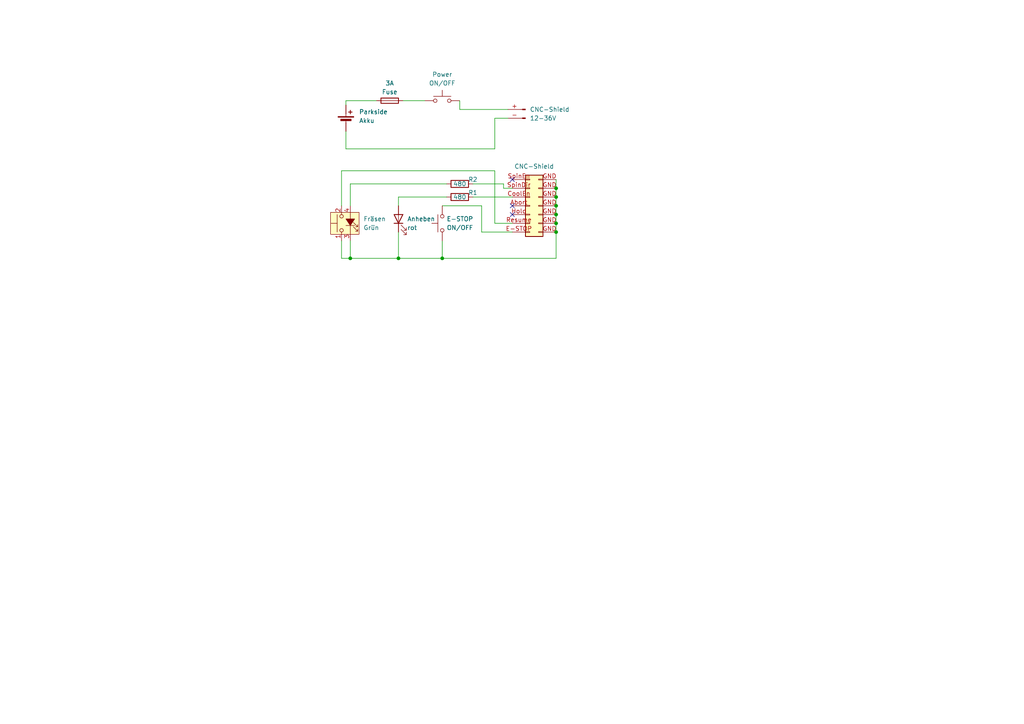
<source format=kicad_sch>
(kicad_sch (version 20230121) (generator eeschema)
  (paper "A4")
  (lib_symbols
    (symbol "Connector:Conn_01x02_Pin" (pin_names (offset 1.016) hide)
      (property "Reference" "CNC-Shield" (at -1.27 -2.54 0))
      (property "Value" "12-36V" (at -1.27 0 0))
      (symbol "Conn_01x02_Pin_1_1"
        (polyline (pts (xy 1.27 -2.54) (xy 0.8636 -2.54)) (stroke (width 0.1524)))
        (polyline (pts (xy 1.27 0) (xy 0.8636 0)) (stroke (width 0.1524)))
        (rectangle (start 0.8636 -2.413) (end 0 -2.667) (stroke (width 0.1524)) (fill (type outline)))
        (rectangle (start 0.8636 0.127) (end 0 -0.127) (stroke (width 0.1524)) (fill (type outline)))
        (pin power_in line (at 5.08 -2.54 180) (length 3.81) (name "Pin_2") (number "+"))
        (pin power_in line (at 5.08 0 180) (length 3.81) (name "Pin_1") (number "-"))
      )
    )
    (symbol "Connector_Generic:Conn_02x07_Row_Letter_Last" (pin_names (offset 1.016) hide)
      (property "Reference" "J1" (at 1.27 13.97 0))
      (property "Value" "CNC-Shield" (at 1.27 11.43 0))
      (symbol "Conn_02x07_Row_Letter_Last_1_1"
        (rectangle (start -1.27 -7.493) (end 0 -7.747) (stroke (width 0.1524)))
        (rectangle (start -1.27 -4.953) (end 0 -5.207) (stroke (width 0.1524)))
        (rectangle (start -1.27 -2.413) (end 0 -2.667) (stroke (width 0.1524)))
        (rectangle (start -1.27 0.127) (end 0 -0.127) (stroke (width 0.1524)))
        (rectangle (start -1.27 2.667) (end 0 2.413) (stroke (width 0.1524)))
        (rectangle (start -1.27 5.207) (end 0 4.953) (stroke (width 0.1524)))
        (rectangle (start -1.27 7.747) (end 0 7.493) (stroke (width 0.1524)))
        (rectangle (start -1.27 8.89) (end 3.81 -8.89) (stroke (width 0.254)) (fill (type background)))
        (rectangle (start 3.81 -7.493) (end 2.54 -7.747) (stroke (width 0.1524)))
        (rectangle (start 3.81 -4.953) (end 2.54 -5.207) (stroke (width 0.1524)))
        (rectangle (start 3.81 -2.413) (end 2.54 -2.667) (stroke (width 0.1524)))
        (rectangle (start 3.81 0.127) (end 2.54 -0.127) (stroke (width 0.1524)))
        (rectangle (start 3.81 2.667) (end 2.54 2.413) (stroke (width 0.1524)))
        (rectangle (start 3.81 5.207) (end 2.54 4.953) (stroke (width 0.1524)))
        (rectangle (start 3.81 7.747) (end 2.54 7.493) (stroke (width 0.1524)))
        (pin input line (at -5.08 0 0) (length 3.81) (name "Abort") (number "Abort"))
        (pin output line (at -5.08 2.54 0) (length 3.81) (name "Cool_En") (number "CoolEn"))
        (pin input line (at -5.08 -7.62 0) (length 3.81) (name "E-STOP") (number "E-STOP"))
        (pin output line (at 7.62 -7.62 180) (length 3.81) (name "GND") (number "GND"))
        (pin output line (at 7.62 -5.08 180) (length 3.81) (name "GND") (number "GND"))
        (pin output line (at 7.62 -2.54 180) (length 3.81) (name "GND") (number "GND"))
        (pin output line (at 7.62 0 180) (length 3.81) (name "GND") (number "GND"))
        (pin output line (at 7.62 2.54 180) (length 3.81) (name "GND") (number "GND"))
        (pin output line (at 7.62 5.08 180) (length 3.81) (name "GND") (number "GND"))
        (pin output line (at 7.62 7.62 180) (length 3.81) (name "GND") (number "GND"))
        (pin input line (at -5.08 -2.54 0) (length 3.81) (name "Hold") (number "Hold"))
        (pin input line (at -5.08 -5.08 0) (length 3.81) (name "Resume") (number "Resume"))
        (pin output line (at -5.08 5.08 0) (length 3.81) (name "Spin_Dir") (number "SpinDir"))
        (pin output line (at -5.08 7.62 0) (length 3.81) (name "Spin_En") (number "SpinEn"))
      )
    )
    (symbol "Device:Battery_Cell" (pin_numbers hide) (pin_names (offset 0) hide)
      (property "Reference" "BT" (at 2.54 2.54 0))
      (property "Value" "Battery_Cell" (at 2.54 0 0))
      (symbol "Battery_Cell_0_1"
        (rectangle (start -2.286 1.778) (end 2.286 1.524) (fill (type outline)))
        (rectangle (start -1.524 1.016) (end 1.524 0.508) (fill (type outline)))
        (polyline (pts (xy 0 0.762) (xy 0 0)))
        (polyline (pts (xy 0 1.778) (xy 0 2.54)))
        (polyline (pts (xy 0.762 3.048) (xy 1.778 3.048)) (stroke (width 0.254)))
        (polyline (pts (xy 1.27 3.556) (xy 1.27 2.54)) (stroke (width 0.254)))
      )
      (symbol "Battery_Cell_1_1"
        (pin passive line (at 0 5.08 270) (length 2.54) (name "+") (number "1"))
        (pin passive line (at 0 -2.54 90) (length 2.54) (name "-") (number "2"))
      )
    )
    (symbol "Device:Fuse" (pin_numbers hide) (pin_names (offset 0))
      (property "Reference" "F" (at 2.032 0 90))
      (property "Value" "Fuse" (at -1.905 0 90))
      (symbol "Fuse_0_1"
        (rectangle (start -0.762 -2.54) (end 0.762 2.54) (stroke (width 0.254)))
        (polyline (pts (xy 0 2.54) (xy 0 -2.54)))
      )
      (symbol "Fuse_1_1"
        (pin passive line (at 0 3.81 270) (length 1.27) (name "~") (number "1"))
        (pin passive line (at 0 -3.81 90) (length 1.27) (name "~") (number "2"))
      )
    )
    (symbol "Device:LED" (pin_numbers hide) (pin_names (offset 1.016) hide)
      (property "Reference" "D" (at 0 2.54 0))
      (property "Value" "LED" (at 0 -2.54 0))
      (symbol "LED_0_1"
        (polyline (pts (xy -1.27 -1.27) (xy -1.27 1.27)) (stroke (width 0.254)))
        (polyline (pts (xy -1.27 0) (xy 1.27 0)))
        (polyline (pts (xy 1.27 -1.27) (xy 1.27 1.27) (xy -1.27 0) (xy 1.27 -1.27)) (stroke (width 0.254)))
        (polyline (pts (xy -3.048 -0.762) (xy -4.572 -2.286) (xy -3.81 -2.286) (xy -4.572 -2.286) (xy -4.572 -1.524)))
        (polyline (pts (xy -1.778 -0.762) (xy -3.302 -2.286) (xy -2.54 -2.286) (xy -3.302 -2.286) (xy -3.302 -1.524)))
      )
      (symbol "LED_1_1"
        (pin passive line (at -3.81 0 0) (length 2.54) (name "K") (number "1"))
        (pin passive line (at 3.81 0 180) (length 2.54) (name "A") (number "2"))
      )
    )
    (symbol "Device:R" (pin_numbers hide) (pin_names (offset 0))
      (property "Reference" "R" (at 2.032 0 90))
      (property "Value" "R" (at 0 0 90))
      (symbol "R_0_1"
        (rectangle (start -1.016 -2.54) (end 1.016 2.54) (stroke (width 0.254)))
      )
      (symbol "R_1_1"
        (pin passive line (at 0 3.81 270) (length 1.27) (name "~") (number "1"))
        (pin passive line (at 0 -3.81 90) (length 1.27) (name "~") (number "2"))
      )
    )
    (symbol "Switch:SW_Push" (pin_numbers hide) (pin_names (offset 1.016) hide)
      (property "Reference" "SW" (at 1.27 2.54 0))
      (property "Value" "SW_Push" (at 0 -1.524 0))
      (symbol "SW_Push_0_1"
        (circle (center -2.032 0) (radius 0.508))
        (polyline (pts (xy 0 1.27) (xy 0 3.048)))
        (polyline (pts (xy 2.54 1.27) (xy -2.54 1.27)))
        (circle (center 2.032 0) (radius 0.508))
        (pin passive line (at -5.08 0 0) (length 2.54) (name "1") (number "1"))
        (pin passive line (at 5.08 0 180) (length 2.54) (name "2") (number "2"))
      )
    )
    (symbol "Switch:SW_Push_LED" (pin_names (offset 1.016) hide)
      (property "Reference" "SW" (at 0 7.62 0))
      (property "Value" "SW_Push_LED" (at 0 -3.81 0))
      (symbol "SW_Push_LED_0_0"
        (polyline (pts (xy -2.54 0) (xy 2.54 0)))
        (polyline (pts (xy -2.286 -2.159) (xy -1.016 -0.889)))
        (polyline (pts (xy -1.016 -2.159) (xy 0.254 -0.889)))
        (polyline (pts (xy -0.635 1.27) (xy -0.635 -1.27)))
        (polyline (pts (xy -2.286 -1.524) (xy -2.286 -2.159) (xy -1.651 -2.159)))
        (polyline (pts (xy -1.016 -1.524) (xy -1.016 -2.159) (xy -0.381 -2.159)))
        (polyline (pts (xy -0.635 0) (xy 1.27 1.27) (xy 1.27 -1.27) (xy -0.635 0)) (fill (type outline)))
      )
      (symbol "SW_Push_LED_0_1"
        (circle (center -2.032 2.54) (radius 0.508))
        (polyline (pts (xy 0 3.81) (xy 0 5.588)))
        (polyline (pts (xy 2.54 3.81) (xy -2.54 3.81)))
        (circle (center 2.032 2.54) (radius 0.508))
        (pin passive line (at -5.08 2.54 0) (length 2.54) (name "1") (number "1"))
        (pin passive line (at 5.08 2.54 180) (length 2.54) (name "2") (number "2"))
        (pin passive line (at -5.08 0 0) (length 2.54) (name "K") (number "3"))
        (pin passive line (at 5.08 0 180) (length 2.54) (name "A") (number "4"))
      )
      (symbol "SW_Push_LED_1_1"
        (rectangle (start -3.175 5.715) (end 3.175 -2.54) (fill (type background)))
      )
    )
  )
  (junction (at 161.29 62.23))
  (junction (at 128.27 74.93))
  (junction (at 115.57 74.93))
  (junction (at 161.29 67.31))
  (junction (at 161.29 64.77))
  (junction (at 161.29 59.69))
  (junction (at 161.29 57.15))
  (junction (at 161.29 54.61))
  (junction (at 101.6 74.93))
  (no_connect (at 148.59 59.69))
  (no_connect (at 148.59 52.07))
  (no_connect (at 148.59 62.23))
  (wire (pts (xy 139.7 67.31) (xy 148.59 67.31)))
  (wire (pts (xy 100.33 29.21) (xy 109.22 29.21)))
  (wire (pts (xy 143.51 34.29) (xy 143.51 43.18)))
  (wire (pts (xy 115.57 67.31) (xy 115.57 74.93)))
  (wire (pts (xy 100.33 30.48) (xy 100.33 29.21)))
  (wire (pts (xy 128.27 74.93) (xy 161.29 74.93)))
  (wire (pts (xy 101.6 74.93) (xy 115.57 74.93)))
  (wire (pts (xy 143.51 64.77) (xy 143.51 49.53)))
  (wire (pts (xy 137.16 53.34) (xy 146.05 53.34)))
  (wire (pts (xy 148.59 54.61) (xy 146.05 54.61)))
  (wire (pts (xy 128.27 59.69) (xy 139.7 59.69)))
  (wire (pts (xy 129.54 53.34) (xy 101.6 53.34)))
  (wire (pts (xy 115.57 57.15) (xy 115.57 59.69)))
  (wire (pts (xy 129.54 57.15) (xy 115.57 57.15)))
  (wire (pts (xy 99.06 49.53) (xy 99.06 59.69)))
  (wire (pts (xy 115.57 74.93) (xy 128.27 74.93)))
  (wire (pts (xy 139.7 59.69) (xy 139.7 67.31)))
  (wire (pts (xy 161.29 62.23) (xy 161.29 64.77)))
  (wire (pts (xy 100.33 43.18) (xy 100.33 38.1)))
  (wire (pts (xy 161.29 52.07) (xy 161.29 54.61)))
  (wire (pts (xy 148.59 64.77) (xy 143.51 64.77)))
  (wire (pts (xy 146.05 54.61) (xy 146.05 53.34)))
  (wire (pts (xy 128.27 69.85) (xy 128.27 74.93)))
  (wire (pts (xy 101.6 69.85) (xy 101.6 74.93)))
  (wire (pts (xy 161.29 57.15) (xy 161.29 59.69)))
  (wire (pts (xy 143.51 49.53) (xy 99.06 49.53)))
  (wire (pts (xy 161.29 67.31) (xy 161.29 74.93)))
  (wire (pts (xy 133.35 29.21) (xy 133.35 31.75)))
  (wire (pts (xy 161.29 59.69) (xy 161.29 62.23)))
  (wire (pts (xy 137.16 57.15) (xy 148.59 57.15)))
  (wire (pts (xy 147.32 34.29) (xy 143.51 34.29)))
  (wire (pts (xy 101.6 53.34) (xy 101.6 59.69)))
  (wire (pts (xy 143.51 43.18) (xy 100.33 43.18)))
  (wire (pts (xy 161.29 64.77) (xy 161.29 67.31)))
  (wire (pts (xy 161.29 54.61) (xy 161.29 57.15)))
  (wire (pts (xy 133.35 31.75) (xy 147.32 31.75)))
  (wire (pts (xy 99.06 74.93) (xy 101.6 74.93)))
  (wire (pts (xy 99.06 69.85) (xy 99.06 74.93)))
  (wire (pts (xy 116.84 29.21) (xy 123.19 29.21)))
  (symbol (lib_id "Device:Battery_Cell") (at 100.33 35.56 0) (unit 1)
    (property "Reference" "Parkside" (at 104.14 32.4485 0) (effects (justify left)))
    (property "Value" "Akku" (at 104.14 34.9885 0) (effects (justify left)))
  )
  (symbol (lib_id "Connector_Generic:Conn_02x07_Row_Letter_Last") (at 153.67 59.69 0) (unit 1)
    (property "Reference" "J1" (effects hide))
    (property "Value" "CNC-Shield" (at 154.94 48.26 0))
  )
  (symbol (lib_id "Device:R") (at 133.35 53.34 90) (unit 1)
    (property "Reference" "R2" (at 137.16 52.07 90))
    (property "Value" "480" (at 133.35 53.34 90))
  )
  (symbol (lib_id "Switch:SW_Push") (at 128.27 64.77 90) (unit 1)
    (property "Reference" "E-STOP" (at 129.54 63.5 90) (effects (justify right)))
    (property "Value" "ON/OFF" (at 129.54 66.04 90) (effects (justify right)))
  )
  (symbol (lib_id "Switch:SW_Push") (at 128.27 29.21 0) (unit 1)
    (property "Reference" "Power" (at 128.27 21.59 0))
    (property "Value" "ON/OFF" (at 128.27 24.13 0))
  )
  (symbol (lib_id "Device:R") (at 133.35 57.15 90) (unit 1)
    (property "Reference" "R1" (at 137.16 55.88 90))
    (property "Value" "480" (at 133.35 57.15 90))
  )
  (symbol (lib_id "Device:LED") (at 115.57 63.5 90) (unit 1)
    (property "Reference" "Anheben" (at 118.11 63.5 90) (effects (justify right)))
    (property "Value" "rot" (at 118.11 66.04 90) (effects (justify right)))
  )
  (symbol (lib_id "Device:Fuse") (at 113.03 29.21 90) (unit 1)
    (property "Reference" "3A" (at 113.03 24.13 90))
    (property "Value" "Fuse" (at 113.03 26.67 90))
  )
  (symbol (lib_id "Switch:SW_Push_LED") (at 101.6 64.77 90) (unit 1)
    (property "Reference" "Fräsen" (at 105.41 63.5 90) (effects (justify right)))
    (property "Value" "Grün" (at 105.41 66.04 90) (effects (justify right)))
  )
  (symbol (lib_id "Connector:Conn_01x02_Pin") (at 152.4 34.29 180) (unit 1)
    (property "Reference" "CNC-Shield" (at 153.67 31.75 0) (effects (justify right)))
    (property "Value" "12-36V" (at 153.67 34.29 0) (effects (justify right)))
  )
)
</source>
